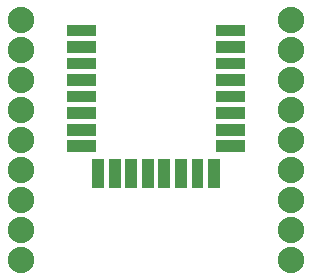
<source format=gts>
G04 MADE WITH FRITZING*
G04 WWW.FRITZING.ORG*
G04 DOUBLE SIDED*
G04 HOLES PLATED*
G04 CONTOUR ON CENTER OF CONTOUR VECTOR*
%ASAXBY*%
%FSLAX23Y23*%
%MOIN*%
%OFA0B0*%
%SFA1.0B1.0*%
%ADD10C,0.088000*%
%ADD11C,0.010000*%
%LNMASK1*%
G90*
G70*
G54D10*
X995Y885D03*
X995Y785D03*
X995Y685D03*
X995Y585D03*
X995Y485D03*
X995Y385D03*
X995Y285D03*
X995Y185D03*
X995Y85D03*
X95Y885D03*
X95Y785D03*
X95Y685D03*
X95Y585D03*
X95Y485D03*
X95Y385D03*
X95Y285D03*
X95Y185D03*
X95Y85D03*
G54D11*
G36*
X334Y326D02*
X373Y326D01*
X373Y423D01*
X334Y423D01*
X334Y326D02*
G37*
D02*
G36*
X389Y326D02*
X428Y326D01*
X428Y423D01*
X389Y423D01*
X389Y326D02*
G37*
D02*
G36*
X444Y326D02*
X483Y326D01*
X483Y423D01*
X444Y423D01*
X444Y326D02*
G37*
D02*
G36*
X499Y326D02*
X539Y326D01*
X539Y423D01*
X499Y423D01*
X499Y326D02*
G37*
D02*
G36*
X554Y326D02*
X594Y326D01*
X594Y423D01*
X554Y423D01*
X554Y326D02*
G37*
D02*
G36*
X609Y326D02*
X649Y326D01*
X649Y423D01*
X609Y423D01*
X609Y326D02*
G37*
D02*
G36*
X665Y326D02*
X704Y326D01*
X704Y423D01*
X665Y423D01*
X665Y326D02*
G37*
D02*
G36*
X720Y326D02*
X759Y326D01*
X759Y423D01*
X720Y423D01*
X720Y326D02*
G37*
D02*
G36*
X250Y445D02*
X347Y445D01*
X347Y485D01*
X250Y485D01*
X250Y445D02*
G37*
D02*
G36*
X250Y500D02*
X347Y500D01*
X347Y540D01*
X250Y540D01*
X250Y500D02*
G37*
D02*
G36*
X250Y555D02*
X347Y555D01*
X347Y595D01*
X250Y595D01*
X250Y555D02*
G37*
D02*
G36*
X250Y611D02*
X347Y611D01*
X347Y650D01*
X250Y650D01*
X250Y611D02*
G37*
D02*
G36*
X250Y666D02*
X347Y666D01*
X347Y705D01*
X250Y705D01*
X250Y666D02*
G37*
D02*
G36*
X250Y721D02*
X347Y721D01*
X347Y760D01*
X250Y760D01*
X250Y721D02*
G37*
D02*
G36*
X250Y776D02*
X347Y776D01*
X347Y815D01*
X250Y815D01*
X250Y776D02*
G37*
D02*
G36*
X250Y831D02*
X347Y831D01*
X347Y870D01*
X250Y870D01*
X250Y831D02*
G37*
D02*
G36*
X746Y445D02*
X842Y445D01*
X842Y485D01*
X746Y485D01*
X746Y445D02*
G37*
D02*
G36*
X746Y500D02*
X842Y500D01*
X842Y540D01*
X746Y540D01*
X746Y500D02*
G37*
D02*
G36*
X746Y555D02*
X842Y555D01*
X842Y595D01*
X746Y595D01*
X746Y555D02*
G37*
D02*
G36*
X746Y611D02*
X842Y611D01*
X842Y650D01*
X746Y650D01*
X746Y611D02*
G37*
D02*
G36*
X746Y666D02*
X842Y666D01*
X842Y705D01*
X746Y705D01*
X746Y666D02*
G37*
D02*
G36*
X746Y721D02*
X842Y721D01*
X842Y760D01*
X746Y760D01*
X746Y721D02*
G37*
D02*
G36*
X746Y776D02*
X842Y776D01*
X842Y815D01*
X746Y815D01*
X746Y776D02*
G37*
D02*
G36*
X746Y831D02*
X842Y831D01*
X842Y870D01*
X746Y870D01*
X746Y831D02*
G37*
D02*
G04 End of Mask1*
M02*
</source>
